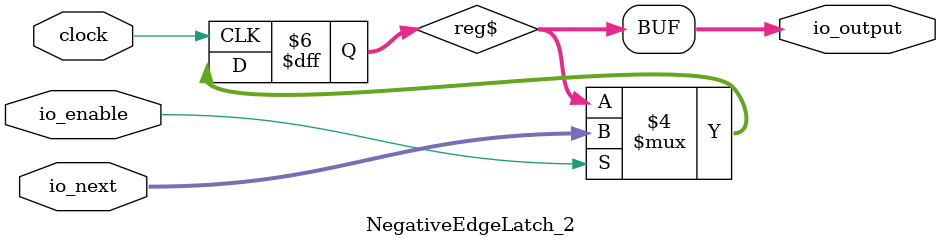
<source format=sv>
module CaptureUpdateChain(
  input         clock,
  input         reset,
  input         io_chainIn_shift,
  input         io_chainIn_data,
  input         io_chainIn_capture,
  input         io_chainIn_update,
  output        io_chainOut_data,
  input  [14:0] io_capture_bits_reserved1,
  input         io_capture_bits_dmireset,
  input         io_capture_bits_reserved0,
  input  [2:0]  io_capture_bits_dmiIdleCycles,
  input  [1:0]  io_capture_bits_dmiStatus,
  input  [5:0]  io_capture_bits_debugAddrBits,
  input  [3:0]  io_capture_bits_debugVersion,
  output        io_update_valid,
  output        io_update_bits_dmireset
);
  reg  regs_0;
  reg [31:0] _RAND_0;
  reg  regs_1;
  reg [31:0] _RAND_1;
  reg  regs_2;
  reg [31:0] _RAND_2;
  reg  regs_3;
  reg [31:0] _RAND_3;
  reg  regs_4;
  reg [31:0] _RAND_4;
  reg  regs_5;
  reg [31:0] _RAND_5;
  reg  regs_6;
  reg [31:0] _RAND_6;
  reg  regs_7;
  reg [31:0] _RAND_7;
  reg  regs_8;
  reg [31:0] _RAND_8;
  reg  regs_9;
  reg [31:0] _RAND_9;
  reg  regs_10;
  reg [31:0] _RAND_10;
  reg  regs_11;
  reg [31:0] _RAND_11;
  reg  regs_12;
  reg [31:0] _RAND_12;
  reg  regs_13;
  reg [31:0] _RAND_13;
  reg  regs_14;
  reg [31:0] _RAND_14;
  reg  regs_15;
  reg [31:0] _RAND_15;
  reg  regs_16;
  reg [31:0] _RAND_16;
  reg  regs_17;
  reg [31:0] _RAND_17;
  reg  regs_18;
  reg [31:0] _RAND_18;
  reg  regs_19;
  reg [31:0] _RAND_19;
  reg  regs_20;
  reg [31:0] _RAND_20;
  reg  regs_21;
  reg [31:0] _RAND_21;
  reg  regs_22;
  reg [31:0] _RAND_22;
  reg  regs_23;
  reg [31:0] _RAND_23;
  reg  regs_24;
  reg [31:0] _RAND_24;
  reg  regs_25;
  reg [31:0] _RAND_25;
  reg  regs_26;
  reg [31:0] _RAND_26;
  reg  regs_27;
  reg [31:0] _RAND_27;
  reg  regs_28;
  reg [31:0] _RAND_28;
  reg  regs_29;
  reg [31:0] _RAND_29;
  reg  regs_30;
  reg [31:0] _RAND_30;
  reg  regs_31;
  reg [31:0] _RAND_31;
  wire [1:0] _T_39;
  wire [1:0] _T_40;
  wire [3:0] _T_41;
  wire [1:0] _T_42;
  wire [1:0] _T_43;
  wire [3:0] _T_44;
  wire [7:0] _T_45;
  wire [1:0] _T_46;
  wire [1:0] _T_47;
  wire [3:0] _T_48;
  wire [1:0] _T_49;
  wire [1:0] _T_50;
  wire [3:0] _T_51;
  wire [7:0] _T_52;
  wire [15:0] _T_53;
  wire [1:0] _T_54;
  wire [1:0] _T_55;
  wire [3:0] _T_56;
  wire [1:0] _T_57;
  wire [1:0] _T_58;
  wire [3:0] _T_59;
  wire [7:0] _T_60;
  wire [1:0] _T_61;
  wire [1:0] _T_62;
  wire [3:0] _T_63;
  wire [1:0] _T_64;
  wire [1:0] _T_65;
  wire [3:0] _T_66;
  wire [7:0] _T_67;
  wire [15:0] _T_68;
  wire [31:0] _T_69;
  wire  _T_79;
  wire [7:0] _T_81;
  wire [11:0] _T_82;
  wire [3:0] _T_83;
  wire [15:0] _T_84;
  wire [19:0] _T_85;
  wire [31:0] captureBits;
  wire  _T_86;
  wire  _T_87;
  wire  _T_88;
  wire  _T_89;
  wire  _T_90;
  wire  _T_91;
  wire  _T_92;
  wire  _T_93;
  wire  _T_94;
  wire  _T_95;
  wire  _T_96;
  wire  _T_97;
  wire  _T_98;
  wire  _T_99;
  wire  _T_100;
  wire  _T_101;
  wire  _T_102;
  wire  _T_103;
  wire  _T_104;
  wire  _T_105;
  wire  _T_106;
  wire  _T_107;
  wire  _T_108;
  wire  _T_109;
  wire  _T_110;
  wire  _T_111;
  wire  _T_112;
  wire  _T_113;
  wire  _T_114;
  wire  _T_115;
  wire  _T_116;
  wire  _T_117;
  wire  _GEN_0;
  wire  _GEN_1;
  wire  _GEN_2;
  wire  _GEN_3;
  wire  _GEN_4;
  wire  _GEN_5;
  wire  _GEN_6;
  wire  _GEN_7;
  wire  _GEN_8;
  wire  _GEN_9;
  wire  _GEN_10;
  wire  _GEN_11;
  wire  _GEN_12;
  wire  _GEN_13;
  wire  _GEN_14;
  wire  _GEN_15;
  wire  _GEN_16;
  wire  _GEN_17;
  wire  _GEN_18;
  wire  _GEN_19;
  wire  _GEN_20;
  wire  _GEN_21;
  wire  _GEN_22;
  wire  _GEN_23;
  wire  _GEN_24;
  wire  _GEN_25;
  wire  _GEN_26;
  wire  _GEN_27;
  wire  _GEN_28;
  wire  _GEN_29;
  wire  _GEN_30;
  wire  _GEN_31;
  wire  _T_121;
  wire  _T_122;
  wire  _T_128;
  wire  _T_129;
  wire  _T_130;
  wire  _GEN_36;
  wire  _GEN_37;
  wire  _GEN_38;
  wire  _GEN_39;
  wire  _GEN_40;
  wire  _GEN_41;
  wire  _GEN_42;
  wire  _GEN_43;
  wire  _GEN_44;
  wire  _GEN_45;
  wire  _GEN_46;
  wire  _GEN_47;
  wire  _GEN_48;
  wire  _GEN_49;
  wire  _GEN_50;
  wire  _GEN_51;
  wire  _GEN_52;
  wire  _GEN_53;
  wire  _GEN_54;
  wire  _GEN_55;
  wire  _GEN_56;
  wire  _GEN_57;
  wire  _GEN_58;
  wire  _GEN_59;
  wire  _GEN_60;
  wire  _GEN_61;
  wire  _GEN_62;
  wire  _GEN_63;
  wire  _GEN_64;
  wire  _GEN_65;
  wire  _GEN_66;
  wire  _GEN_67;
  wire  _GEN_69;
  wire  _T_139;
  wire  _T_140;
  wire  _GEN_71;
  wire  _T_143;
  wire  _T_145;
  wire  _T_146;
  wire  _T_148;
  wire  _T_149;
  wire  _T_150;
  wire  _T_152;
  wire  _T_153;
  wire  _T_154;
  wire  _T_156;
  assign io_chainOut_data = regs_0;
  assign io_update_valid = _GEN_71;
  assign io_update_bits_dmireset = _T_79;
  assign _T_39 = {regs_1,regs_0};
  assign _T_40 = {regs_3,regs_2};
  assign _T_41 = {_T_40,_T_39};
  assign _T_42 = {regs_5,regs_4};
  assign _T_43 = {regs_7,regs_6};
  assign _T_44 = {_T_43,_T_42};
  assign _T_45 = {_T_44,_T_41};
  assign _T_46 = {regs_9,regs_8};
  assign _T_47 = {regs_11,regs_10};
  assign _T_48 = {_T_47,_T_46};
  assign _T_49 = {regs_13,regs_12};
  assign _T_50 = {regs_15,regs_14};
  assign _T_51 = {_T_50,_T_49};
  assign _T_52 = {_T_51,_T_48};
  assign _T_53 = {_T_52,_T_45};
  assign _T_54 = {regs_17,regs_16};
  assign _T_55 = {regs_19,regs_18};
  assign _T_56 = {_T_55,_T_54};
  assign _T_57 = {regs_21,regs_20};
  assign _T_58 = {regs_23,regs_22};
  assign _T_59 = {_T_58,_T_57};
  assign _T_60 = {_T_59,_T_56};
  assign _T_61 = {regs_25,regs_24};
  assign _T_62 = {regs_27,regs_26};
  assign _T_63 = {_T_62,_T_61};
  assign _T_64 = {regs_29,regs_28};
  assign _T_65 = {regs_31,regs_30};
  assign _T_66 = {_T_65,_T_64};
  assign _T_67 = {_T_66,_T_63};
  assign _T_68 = {_T_67,_T_60};
  assign _T_69 = {_T_68,_T_53};
  assign _T_79 = _T_69[16];
  assign _T_81 = {io_capture_bits_dmiStatus,io_capture_bits_debugAddrBits};
  assign _T_82 = {_T_81,io_capture_bits_debugVersion};
  assign _T_83 = {io_capture_bits_reserved0,io_capture_bits_dmiIdleCycles};
  assign _T_84 = {io_capture_bits_reserved1,io_capture_bits_dmireset};
  assign _T_85 = {_T_84,_T_83};
  assign captureBits = {_T_85,_T_82};
  assign _T_86 = captureBits[0];
  assign _T_87 = captureBits[1];
  assign _T_88 = captureBits[2];
  assign _T_89 = captureBits[3];
  assign _T_90 = captureBits[4];
  assign _T_91 = captureBits[5];
  assign _T_92 = captureBits[6];
  assign _T_93 = captureBits[7];
  assign _T_94 = captureBits[8];
  assign _T_95 = captureBits[9];
  assign _T_96 = captureBits[10];
  assign _T_97 = captureBits[11];
  assign _T_98 = captureBits[12];
  assign _T_99 = captureBits[13];
  assign _T_100 = captureBits[14];
  assign _T_101 = captureBits[15];
  assign _T_102 = captureBits[16];
  assign _T_103 = captureBits[17];
  assign _T_104 = captureBits[18];
  assign _T_105 = captureBits[19];
  assign _T_106 = captureBits[20];
  assign _T_107 = captureBits[21];
  assign _T_108 = captureBits[22];
  assign _T_109 = captureBits[23];
  assign _T_110 = captureBits[24];
  assign _T_111 = captureBits[25];
  assign _T_112 = captureBits[26];
  assign _T_113 = captureBits[27];
  assign _T_114 = captureBits[28];
  assign _T_115 = captureBits[29];
  assign _T_116 = captureBits[30];
  assign _T_117 = captureBits[31];
  assign _GEN_0 = io_chainIn_capture ? _T_86 : regs_0;
  assign _GEN_1 = io_chainIn_capture ? _T_87 : regs_1;
  assign _GEN_2 = io_chainIn_capture ? _T_88 : regs_2;
  assign _GEN_3 = io_chainIn_capture ? _T_89 : regs_3;
  assign _GEN_4 = io_chainIn_capture ? _T_90 : regs_4;
  assign _GEN_5 = io_chainIn_capture ? _T_91 : regs_5;
  assign _GEN_6 = io_chainIn_capture ? _T_92 : regs_6;
  assign _GEN_7 = io_chainIn_capture ? _T_93 : regs_7;
  assign _GEN_8 = io_chainIn_capture ? _T_94 : regs_8;
  assign _GEN_9 = io_chainIn_capture ? _T_95 : regs_9;
  assign _GEN_10 = io_chainIn_capture ? _T_96 : regs_10;
  assign _GEN_11 = io_chainIn_capture ? _T_97 : regs_11;
  assign _GEN_12 = io_chainIn_capture ? _T_98 : regs_12;
  assign _GEN_13 = io_chainIn_capture ? _T_99 : regs_13;
  assign _GEN_14 = io_chainIn_capture ? _T_100 : regs_14;
  assign _GEN_15 = io_chainIn_capture ? _T_101 : regs_15;
  assign _GEN_16 = io_chainIn_capture ? _T_102 : regs_16;
  assign _GEN_17 = io_chainIn_capture ? _T_103 : regs_17;
  assign _GEN_18 = io_chainIn_capture ? _T_104 : regs_18;
  assign _GEN_19 = io_chainIn_capture ? _T_105 : regs_19;
  assign _GEN_20 = io_chainIn_capture ? _T_106 : regs_20;
  assign _GEN_21 = io_chainIn_capture ? _T_107 : regs_21;
  assign _GEN_22 = io_chainIn_capture ? _T_108 : regs_22;
  assign _GEN_23 = io_chainIn_capture ? _T_109 : regs_23;
  assign _GEN_24 = io_chainIn_capture ? _T_110 : regs_24;
  assign _GEN_25 = io_chainIn_capture ? _T_111 : regs_25;
  assign _GEN_26 = io_chainIn_capture ? _T_112 : regs_26;
  assign _GEN_27 = io_chainIn_capture ? _T_113 : regs_27;
  assign _GEN_28 = io_chainIn_capture ? _T_114 : regs_28;
  assign _GEN_29 = io_chainIn_capture ? _T_115 : regs_29;
  assign _GEN_30 = io_chainIn_capture ? _T_116 : regs_30;
  assign _GEN_31 = io_chainIn_capture ? _T_117 : regs_31;
  assign _T_121 = io_chainIn_capture == 1'h0;
  assign _T_122 = _T_121 & io_chainIn_update;
  assign _T_128 = io_chainIn_update == 1'h0;
  assign _T_129 = _T_121 & _T_128;
  assign _T_130 = _T_129 & io_chainIn_shift;
  assign _GEN_36 = _T_130 ? io_chainIn_data : _GEN_31;
  assign _GEN_37 = _T_130 ? regs_1 : _GEN_0;
  assign _GEN_38 = _T_130 ? regs_2 : _GEN_1;
  assign _GEN_39 = _T_130 ? regs_3 : _GEN_2;
  assign _GEN_40 = _T_130 ? regs_4 : _GEN_3;
  assign _GEN_41 = _T_130 ? regs_5 : _GEN_4;
  assign _GEN_42 = _T_130 ? regs_6 : _GEN_5;
  assign _GEN_43 = _T_130 ? regs_7 : _GEN_6;
  assign _GEN_44 = _T_130 ? regs_8 : _GEN_7;
  assign _GEN_45 = _T_130 ? regs_9 : _GEN_8;
  assign _GEN_46 = _T_130 ? regs_10 : _GEN_9;
  assign _GEN_47 = _T_130 ? regs_11 : _GEN_10;
  assign _GEN_48 = _T_130 ? regs_12 : _GEN_11;
  assign _GEN_49 = _T_130 ? regs_13 : _GEN_12;
  assign _GEN_50 = _T_130 ? regs_14 : _GEN_13;
  assign _GEN_51 = _T_130 ? regs_15 : _GEN_14;
  assign _GEN_52 = _T_130 ? regs_16 : _GEN_15;
  assign _GEN_53 = _T_130 ? regs_17 : _GEN_16;
  assign _GEN_54 = _T_130 ? regs_18 : _GEN_17;
  assign _GEN_55 = _T_130 ? regs_19 : _GEN_18;
  assign _GEN_56 = _T_130 ? regs_20 : _GEN_19;
  assign _GEN_57 = _T_130 ? regs_21 : _GEN_20;
  assign _GEN_58 = _T_130 ? regs_22 : _GEN_21;
  assign _GEN_59 = _T_130 ? regs_23 : _GEN_22;
  assign _GEN_60 = _T_130 ? regs_24 : _GEN_23;
  assign _GEN_61 = _T_130 ? regs_25 : _GEN_24;
  assign _GEN_62 = _T_130 ? regs_26 : _GEN_25;
  assign _GEN_63 = _T_130 ? regs_27 : _GEN_26;
  assign _GEN_64 = _T_130 ? regs_28 : _GEN_27;
  assign _GEN_65 = _T_130 ? regs_29 : _GEN_28;
  assign _GEN_66 = _T_130 ? regs_30 : _GEN_29;
  assign _GEN_67 = _T_130 ? regs_31 : _GEN_30;
  assign _GEN_69 = _T_130 ? 1'h0 : _T_122;
  assign _T_139 = io_chainIn_shift == 1'h0;
  assign _T_140 = _T_129 & _T_139;
  assign _GEN_71 = _T_140 ? 1'h0 : _GEN_69;
  assign _T_143 = io_chainIn_capture & io_chainIn_update;
  assign _T_145 = _T_143 == 1'h0;
  assign _T_146 = io_chainIn_capture & io_chainIn_shift;
  assign _T_148 = _T_146 == 1'h0;
  assign _T_149 = _T_145 & _T_148;
  assign _T_150 = io_chainIn_update & io_chainIn_shift;
  assign _T_152 = _T_150 == 1'h0;
  assign _T_153 = _T_149 & _T_152;
  assign _T_154 = _T_153 | reset;
  assign _T_156 = _T_154 == 1'h0;

  always @(posedge clock) begin
    if (_T_130) begin
      regs_0 <= regs_1;
    end else begin
      if (io_chainIn_capture) begin
        regs_0 <= _T_86;
      end
    end
    if (_T_130) begin
      regs_1 <= regs_2;
    end else begin
      if (io_chainIn_capture) begin
        regs_1 <= _T_87;
      end
    end
    if (_T_130) begin
      regs_2 <= regs_3;
    end else begin
      if (io_chainIn_capture) begin
        regs_2 <= _T_88;
      end
    end
    if (_T_130) begin
      regs_3 <= regs_4;
    end else begin
      if (io_chainIn_capture) begin
        regs_3 <= _T_89;
      end
    end
    if (_T_130) begin
      regs_4 <= regs_5;
    end else begin
      if (io_chainIn_capture) begin
        regs_4 <= _T_90;
      end
    end
    if (_T_130) begin
      regs_5 <= regs_6;
    end else begin
      if (io_chainIn_capture) begin
        regs_5 <= _T_91;
      end
    end
    if (_T_130) begin
      regs_6 <= regs_7;
    end else begin
      if (io_chainIn_capture) begin
        regs_6 <= _T_92;
      end
    end
    if (_T_130) begin
      regs_7 <= regs_8;
    end else begin
      if (io_chainIn_capture) begin
        regs_7 <= _T_93;
      end
    end
    if (_T_130) begin
      regs_8 <= regs_9;
    end else begin
      if (io_chainIn_capture) begin
        regs_8 <= _T_94;
      end
    end
    if (_T_130) begin
      regs_9 <= regs_10;
    end else begin
      if (io_chainIn_capture) begin
        regs_9 <= _T_95;
      end
    end
    if (_T_130) begin
      regs_10 <= regs_11;
    end else begin
      if (io_chainIn_capture) begin
        regs_10 <= _T_96;
      end
    end
    if (_T_130) begin
      regs_11 <= regs_12;
    end else begin
      if (io_chainIn_capture) begin
        regs_11 <= _T_97;
      end
    end
    if (_T_130) begin
      regs_12 <= regs_13;
    end else begin
      if (io_chainIn_capture) begin
        regs_12 <= _T_98;
      end
    end
    if (_T_130) begin
      regs_13 <= regs_14;
    end else begin
      if (io_chainIn_capture) begin
        regs_13 <= _T_99;
      end
    end
    if (_T_130) begin
      regs_14 <= regs_15;
    end else begin
      if (io_chainIn_capture) begin
        regs_14 <= _T_100;
      end
    end
    if (_T_130) begin
      regs_15 <= regs_16;
    end else begin
      if (io_chainIn_capture) begin
        regs_15 <= _T_101;
      end
    end
    if (_T_130) begin
      regs_16 <= regs_17;
    end else begin
      if (io_chainIn_capture) begin
        regs_16 <= _T_102;
      end
    end
    if (_T_130) begin
      regs_17 <= regs_18;
    end else begin
      if (io_chainIn_capture) begin
        regs_17 <= _T_103;
      end
    end
    if (_T_130) begin
      regs_18 <= regs_19;
    end else begin
      if (io_chainIn_capture) begin
        regs_18 <= _T_104;
      end
    end
    if (_T_130) begin
      regs_19 <= regs_20;
    end else begin
      if (io_chainIn_capture) begin
        regs_19 <= _T_105;
      end
    end
    if (_T_130) begin
      regs_20 <= regs_21;
    end else begin
      if (io_chainIn_capture) begin
        regs_20 <= _T_106;
      end
    end
    if (_T_130) begin
      regs_21 <= regs_22;
    end else begin
      if (io_chainIn_capture) begin
        regs_21 <= _T_107;
      end
    end
    if (_T_130) begin
      regs_22 <= regs_23;
    end else begin
      if (io_chainIn_capture) begin
        regs_22 <= _T_108;
      end
    end
    if (_T_130) begin
      regs_23 <= regs_24;
    end else begin
      if (io_chainIn_capture) begin
        regs_23 <= _T_109;
      end
    end
    if (_T_130) begin
      regs_24 <= regs_25;
    end else begin
      if (io_chainIn_capture) begin
        regs_24 <= _T_110;
      end
    end
    if (_T_130) begin
      regs_25 <= regs_26;
    end else begin
      if (io_chainIn_capture) begin
        regs_25 <= _T_111;
      end
    end
    if (_T_130) begin
      regs_26 <= regs_27;
    end else begin
      if (io_chainIn_capture) begin
        regs_26 <= _T_112;
      end
    end
    if (_T_130) begin
      regs_27 <= regs_28;
    end else begin
      if (io_chainIn_capture) begin
        regs_27 <= _T_113;
      end
    end
    if (_T_130) begin
      regs_28 <= regs_29;
    end else begin
      if (io_chainIn_capture) begin
        regs_28 <= _T_114;
      end
    end
    if (_T_130) begin
      regs_29 <= regs_30;
    end else begin
      if (io_chainIn_capture) begin
        regs_29 <= _T_115;
      end
    end
    if (_T_130) begin
      regs_30 <= regs_31;
    end else begin
      if (io_chainIn_capture) begin
        regs_30 <= _T_116;
      end
    end
    if (_T_130) begin
      regs_31 <= io_chainIn_data;
    end else begin
      if (io_chainIn_capture) begin
        regs_31 <= _T_117;
      end
    end

  end
endmodule

module CaptureUpdateChain_1(
  input         clock,
  input         reset,
  input         io_chainIn_shift,
  input         io_chainIn_data,
  input         io_chainIn_capture,
  input         io_chainIn_update,
  output        io_chainOut_data,
  input  [6:0]  io_capture_bits_addr,
  input  [31:0] io_capture_bits_data,
  input  [1:0]  io_capture_bits_resp,
  output        io_capture_capture,
  output        io_update_valid,
  output [6:0]  io_update_bits_addr,
  output [31:0] io_update_bits_data,
  output [1:0]  io_update_bits_op
);
  reg  regs_0;
  reg [31:0] _RAND_0;
  reg  regs_1;
  reg [31:0] _RAND_1;
  reg  regs_2;
  reg [31:0] _RAND_2;
  reg  regs_3;
  reg [31:0] _RAND_3;
  reg  regs_4;
  reg [31:0] _RAND_4;
  reg  regs_5;
  reg [31:0] _RAND_5;
  reg  regs_6;
  reg [31:0] _RAND_6;
  reg  regs_7;
  reg [31:0] _RAND_7;
  reg  regs_8;
  reg [31:0] _RAND_8;
  reg  regs_9;
  reg [31:0] _RAND_9;
  reg  regs_10;
  reg [31:0] _RAND_10;
  reg  regs_11;
  reg [31:0] _RAND_11;
  reg  regs_12;
  reg [31:0] _RAND_12;
  reg  regs_13;
  reg [31:0] _RAND_13;
  reg  regs_14;
  reg [31:0] _RAND_14;
  reg  regs_15;
  reg [31:0] _RAND_15;
  reg  regs_16;
  reg [31:0] _RAND_16;
  reg  regs_17;
  reg [31:0] _RAND_17;
  reg  regs_18;
  reg [31:0] _RAND_18;
  reg  regs_19;
  reg [31:0] _RAND_19;
  reg  regs_20;
  reg [31:0] _RAND_20;
  reg  regs_21;
  reg [31:0] _RAND_21;
  reg  regs_22;
  reg [31:0] _RAND_22;
  reg  regs_23;
  reg [31:0] _RAND_23;
  reg  regs_24;
  reg [31:0] _RAND_24;
  reg  regs_25;
  reg [31:0] _RAND_25;
  reg  regs_26;
  reg [31:0] _RAND_26;
  reg  regs_27;
  reg [31:0] _RAND_27;
  reg  regs_28;
  reg [31:0] _RAND_28;
  reg  regs_29;
  reg [31:0] _RAND_29;
  reg  regs_30;
  reg [31:0] _RAND_30;
  reg  regs_31;
  reg [31:0] _RAND_31;
  reg  regs_32;
  reg [31:0] _RAND_32;
  reg  regs_33;
  reg [31:0] _RAND_33;
  reg  regs_34;
  reg [31:0] _RAND_34;
  reg  regs_35;
  reg [31:0] _RAND_35;
  reg  regs_36;
  reg [31:0] _RAND_36;
  reg  regs_37;
  reg [31:0] _RAND_37;
  reg  regs_38;
  reg [31:0] _RAND_38;
  reg  regs_39;
  reg [31:0] _RAND_39;
  reg  regs_40;
  reg [31:0] _RAND_40;
  wire [1:0] _T_48;
  wire [1:0] _T_49;
  wire [2:0] _T_50;
  wire [4:0] _T_51;
  wire [1:0] _T_52;
  wire [1:0] _T_53;
  wire [2:0] _T_54;
  wire [4:0] _T_55;
  wire [9:0] _T_56;
  wire [1:0] _T_57;
  wire [1:0] _T_58;
  wire [2:0] _T_59;
  wire [4:0] _T_60;
  wire [1:0] _T_61;
  wire [1:0] _T_62;
  wire [2:0] _T_63;
  wire [4:0] _T_64;
  wire [9:0] _T_65;
  wire [19:0] _T_66;
  wire [1:0] _T_67;
  wire [1:0] _T_68;
  wire [2:0] _T_69;
  wire [4:0] _T_70;
  wire [1:0] _T_71;
  wire [1:0] _T_72;
  wire [2:0] _T_73;
  wire [4:0] _T_74;
  wire [9:0] _T_75;
  wire [1:0] _T_76;
  wire [1:0] _T_77;
  wire [2:0] _T_78;
  wire [4:0] _T_79;
  wire [1:0] _T_80;
  wire [2:0] _T_81;
  wire [1:0] _T_82;
  wire [2:0] _T_83;
  wire [5:0] _T_84;
  wire [10:0] _T_85;
  wire [20:0] _T_86;
  wire [40:0] _T_87;
  wire [1:0] _T_92;
  wire [31:0] _T_93;
  wire [6:0] _T_94;
  wire [38:0] _T_95;
  wire [40:0] captureBits;
  wire  _T_96;
  wire  _T_97;
  wire  _T_98;
  wire  _T_99;
  wire  _T_100;
  wire  _T_101;
  wire  _T_102;
  wire  _T_103;
  wire  _T_104;
  wire  _T_105;
  wire  _T_106;
  wire  _T_107;
  wire  _T_108;
  wire  _T_109;
  wire  _T_110;
  wire  _T_111;
  wire  _T_112;
  wire  _T_113;
  wire  _T_114;
  wire  _T_115;
  wire  _T_116;
  wire  _T_117;
  wire  _T_118;
  wire  _T_119;
  wire  _T_120;
  wire  _T_121;
  wire  _T_122;
  wire  _T_123;
  wire  _T_124;
  wire  _T_125;
  wire  _T_126;
  wire  _T_127;
  wire  _T_128;
  wire  _T_129;
  wire  _T_130;
  wire  _T_131;
  wire  _T_132;
  wire  _T_133;
  wire  _T_134;
  wire  _T_135;
  wire  _T_136;
  wire  _GEN_0;
  wire  _GEN_1;
  wire  _GEN_2;
  wire  _GEN_3;
  wire  _GEN_4;
  wire  _GEN_5;
  wire  _GEN_6;
  wire  _GEN_7;
  wire  _GEN_8;
  wire  _GEN_9;
  wire  _GEN_10;
  wire  _GEN_11;
  wire  _GEN_12;
  wire  _GEN_13;
  wire  _GEN_14;
  wire  _GEN_15;
  wire  _GEN_16;
  wire  _GEN_17;
  wire  _GEN_18;
  wire  _GEN_19;
  wire  _GEN_20;
  wire  _GEN_21;
  wire  _GEN_22;
  wire  _GEN_23;
  wire  _GEN_24;
  wire  _GEN_25;
  wire  _GEN_26;
  wire  _GEN_27;
  wire  _GEN_28;
  wire  _GEN_29;
  wire  _GEN_30;
  wire  _GEN_31;
  wire  _GEN_32;
  wire  _GEN_33;
  wire  _GEN_34;
  wire  _GEN_35;
  wire  _GEN_36;
  wire  _GEN_37;
  wire  _GEN_38;
  wire  _GEN_39;
  wire  _GEN_40;
  wire  _T_140;
  wire  _T_141;
  wire  _GEN_43;
  wire  _T_147;
  wire  _T_148;
  wire  _T_149;
  wire  _GEN_45;
  wire  _GEN_46;
  wire  _GEN_47;
  wire  _GEN_48;
  wire  _GEN_49;
  wire  _GEN_50;
  wire  _GEN_51;
  wire  _GEN_52;
  wire  _GEN_53;
  wire  _GEN_54;
  wire  _GEN_55;
  wire  _GEN_56;
  wire  _GEN_57;
  wire  _GEN_58;
  wire  _GEN_59;
  wire  _GEN_60;
  wire  _GEN_61;
  wire  _GEN_62;
  wire  _GEN_63;
  wire  _GEN_64;
  wire  _GEN_65;
  wire  _GEN_66;
  wire  _GEN_67;
  wire  _GEN_68;
  wire  _GEN_69;
  wire  _GEN_70;
  wire  _GEN_71;
  wire  _GEN_72;
  wire  _GEN_73;
  wire  _GEN_74;
  wire  _GEN_75;
  wire  _GEN_76;
  wire  _GEN_77;
  wire  _GEN_78;
  wire  _GEN_79;
  wire  _GEN_80;
  wire  _GEN_81;
  wire  _GEN_82;
  wire  _GEN_83;
  wire  _GEN_84;
  wire  _GEN_85;
  wire  _GEN_86;
  wire  _GEN_87;
  wire  _T_158;
  wire  _T_159;
  wire  _GEN_88;
  wire  _GEN_89;
  wire  _T_162;
  wire  _T_164;
  wire  _T_165;
  wire  _T_167;
  wire  _T_168;
  wire  _T_169;
  wire  _T_171;
  wire  _T_172;
  wire  _T_173;
  wire  _T_175;
  assign io_chainOut_data = regs_0;
  assign io_capture_capture = _GEN_88;
  assign io_update_valid = _GEN_89;
  assign io_update_bits_addr = _T_94;
  assign io_update_bits_data = _T_93;
  assign io_update_bits_op = _T_92;
  assign _T_48 = {regs_1,regs_0};
  assign _T_49 = {regs_4,regs_3};
  assign _T_50 = {_T_49,regs_2};
  assign _T_51 = {_T_50,_T_48};
  assign _T_52 = {regs_6,regs_5};
  assign _T_53 = {regs_9,regs_8};
  assign _T_54 = {_T_53,regs_7};
  assign _T_55 = {_T_54,_T_52};
  assign _T_56 = {_T_55,_T_51};
  assign _T_57 = {regs_11,regs_10};
  assign _T_58 = {regs_14,regs_13};
  assign _T_59 = {_T_58,regs_12};
  assign _T_60 = {_T_59,_T_57};
  assign _T_61 = {regs_16,regs_15};
  assign _T_62 = {regs_19,regs_18};
  assign _T_63 = {_T_62,regs_17};
  assign _T_64 = {_T_63,_T_61};
  assign _T_65 = {_T_64,_T_60};
  assign _T_66 = {_T_65,_T_56};
  assign _T_67 = {regs_21,regs_20};
  assign _T_68 = {regs_24,regs_23};
  assign _T_69 = {_T_68,regs_22};
  assign _T_70 = {_T_69,_T_67};
  assign _T_71 = {regs_26,regs_25};
  assign _T_72 = {regs_29,regs_28};
  assign _T_73 = {_T_72,regs_27};
  assign _T_74 = {_T_73,_T_71};
  assign _T_75 = {_T_74,_T_70};
  assign _T_76 = {regs_31,regs_30};
  assign _T_77 = {regs_34,regs_33};
  assign _T_78 = {_T_77,regs_32};
  assign _T_79 = {_T_78,_T_76};
  assign _T_80 = {regs_37,regs_36};
  assign _T_81 = {_T_80,regs_35};
  assign _T_82 = {regs_40,regs_39};
  assign _T_83 = {_T_82,regs_38};
  assign _T_84 = {_T_83,_T_81};
  assign _T_85 = {_T_84,_T_79};
  assign _T_86 = {_T_85,_T_75};
  assign _T_87 = {_T_86,_T_66};
  assign _T_92 = _T_87[1:0];
  assign _T_93 = _T_87[33:2];
  assign _T_94 = _T_87[40:34];
  assign _T_95 = {io_capture_bits_addr,io_capture_bits_data};
  assign captureBits = {_T_95,io_capture_bits_resp};
  assign _T_96 = captureBits[0];
  assign _T_97 = captureBits[1];
  assign _T_98 = captureBits[2];
  assign _T_99 = captureBits[3];
  assign _T_100 = captureBits[4];
  assign _T_101 = captureBits[5];
  assign _T_102 = captureBits[6];
  assign _T_103 = captureBits[7];
  assign _T_104 = captureBits[8];
  assign _T_105 = captureBits[9];
  assign _T_106 = captureBits[10];
  assign _T_107 = captureBits[11];
  assign _T_108 = captureBits[12];
  assign _T_109 = captureBits[13];
  assign _T_110 = captureBits[14];
  assign _T_111 = captureBits[15];
  assign _T_112 = captureBits[16];
  assign _T_113 = captureBits[17];
  assign _T_114 = captureBits[18];
  assign _T_115 = captureBits[19];
  assign _T_116 = captureBits[20];
  assign _T_117 = captureBits[21];
  assign _T_118 = captureBits[22];
  assign _T_119 = captureBits[23];
  assign _T_120 = captureBits[24];
  assign _T_121 = captureBits[25];
  assign _T_122 = captureBits[26];
  assign _T_123 = captureBits[27];
  assign _T_124 = captureBits[28];
  assign _T_125 = captureBits[29];
  assign _T_126 = captureBits[30];
  assign _T_127 = captureBits[31];
  assign _T_128 = captureBits[32];
  assign _T_129 = captureBits[33];
  assign _T_130 = captureBits[34];
  assign _T_131 = captureBits[35];
  assign _T_132 = captureBits[36];
  assign _T_133 = captureBits[37];
  assign _T_134 = captureBits[38];
  assign _T_135 = captureBits[39];
  assign _T_136 = captureBits[40];
  assign _GEN_0 = io_chainIn_capture ? _T_96 : regs_0;
  assign _GEN_1 = io_chainIn_capture ? _T_97 : regs_1;
  assign _GEN_2 = io_chainIn_capture ? _T_98 : regs_2;
  assign _GEN_3 = io_chainIn_capture ? _T_99 : regs_3;
  assign _GEN_4 = io_chainIn_capture ? _T_100 : regs_4;
  assign _GEN_5 = io_chainIn_capture ? _T_101 : regs_5;
  assign _GEN_6 = io_chainIn_capture ? _T_102 : regs_6;
  assign _GEN_7 = io_chainIn_capture ? _T_103 : regs_7;
  assign _GEN_8 = io_chainIn_capture ? _T_104 : regs_8;
  assign _GEN_9 = io_chainIn_capture ? _T_105 : regs_9;
  assign _GEN_10 = io_chainIn_capture ? _T_106 : regs_10;
  assign _GEN_11 = io_chainIn_capture ? _T_107 : regs_11;
  assign _GEN_12 = io_chainIn_capture ? _T_108 : regs_12;
  assign _GEN_13 = io_chainIn_capture ? _T_109 : regs_13;
  assign _GEN_14 = io_chainIn_capture ? _T_110 : regs_14;
  assign _GEN_15 = io_chainIn_capture ? _T_111 : regs_15;
  assign _GEN_16 = io_chainIn_capture ? _T_112 : regs_16;
  assign _GEN_17 = io_chainIn_capture ? _T_113 : regs_17;
  assign _GEN_18 = io_chainIn_capture ? _T_114 : regs_18;
  assign _GEN_19 = io_chainIn_capture ? _T_115 : regs_19;
  assign _GEN_20 = io_chainIn_capture ? _T_116 : regs_20;
  assign _GEN_21 = io_chainIn_capture ? _T_117 : regs_21;
  assign _GEN_22 = io_chainIn_capture ? _T_118 : regs_22;
  assign _GEN_23 = io_chainIn_capture ? _T_119 : regs_23;
  assign _GEN_24 = io_chainIn_capture ? _T_120 : regs_24;
  assign _GEN_25 = io_chainIn_capture ? _T_121 : regs_25;
  assign _GEN_26 = io_chainIn_capture ? _T_122 : regs_26;
  assign _GEN_27 = io_chainIn_capture ? _T_123 : regs_27;
  assign _GEN_28 = io_chainIn_capture ? _T_124 : regs_28;
  assign _GEN_29 = io_chainIn_capture ? _T_125 : regs_29;
  assign _GEN_30 = io_chainIn_capture ? _T_126 : regs_30;
  assign _GEN_31 = io_chainIn_capture ? _T_127 : regs_31;
  assign _GEN_32 = io_chainIn_capture ? _T_128 : regs_32;
  assign _GEN_33 = io_chainIn_capture ? _T_129 : regs_33;
  assign _GEN_34 = io_chainIn_capture ? _T_130 : regs_34;
  assign _GEN_35 = io_chainIn_capture ? _T_131 : regs_35;
  assign _GEN_36 = io_chainIn_capture ? _T_132 : regs_36;
  assign _GEN_37 = io_chainIn_capture ? _T_133 : regs_37;
  assign _GEN_38 = io_chainIn_capture ? _T_134 : regs_38;
  assign _GEN_39 = io_chainIn_capture ? _T_135 : regs_39;
  assign _GEN_40 = io_chainIn_capture ? _T_136 : regs_40;
  assign _T_140 = io_chainIn_capture == 1'h0;
  assign _T_141 = _T_140 & io_chainIn_update;
  assign _GEN_43 = _T_141 ? 1'h0 : 1'h1;
  assign _T_147 = io_chainIn_update == 1'h0;
  assign _T_148 = _T_140 & _T_147;
  assign _T_149 = _T_148 & io_chainIn_shift;
  assign _GEN_45 = _T_149 ? io_chainIn_data : _GEN_40;
  assign _GEN_46 = _T_149 ? regs_1 : _GEN_0;
  assign _GEN_47 = _T_149 ? regs_2 : _GEN_1;
  assign _GEN_48 = _T_149 ? regs_3 : _GEN_2;
  assign _GEN_49 = _T_149 ? regs_4 : _GEN_3;
  assign _GEN_50 = _T_149 ? regs_5 : _GEN_4;
  assign _GEN_51 = _T_149 ? regs_6 : _GEN_5;
  assign _GEN_52 = _T_149 ? regs_7 : _GEN_6;
  assign _GEN_53 = _T_149 ? regs_8 : _GEN_7;
  assign _GEN_54 = _T_149 ? regs_9 : _GEN_8;
  assign _GEN_55 = _T_149 ? regs_10 : _GEN_9;
  assign _GEN_56 = _T_149 ? regs_11 : _GEN_10;
  assign _GEN_57 = _T_149 ? regs_12 : _GEN_11;
  assign _GEN_58 = _T_149 ? regs_13 : _GEN_12;
  assign _GEN_59 = _T_149 ? regs_14 : _GEN_13;
  assign _GEN_60 = _T_149 ? regs_15 : _GEN_14;
  assign _GEN_61 = _T_149 ? regs_16 : _GEN_15;
  assign _GEN_62 = _T_149 ? regs_17 : _GEN_16;
  assign _GEN_63 = _T_149 ? regs_18 : _GEN_17;
  assign _GEN_64 = _T_149 ? regs_19 : _GEN_18;
  assign _GEN_65 = _T_149 ? regs_20 : _GEN_19;
  assign _GEN_66 = _T_149 ? regs_21 : _GEN_20;
  assign _GEN_67 = _T_149 ? regs_22 : _GEN_21;
  assign _GEN_68 = _T_149 ? regs_23 : _GEN_22;
  assign _GEN_69 = _T_149 ? regs_24 : _GEN_23;
  assign _GEN_70 = _T_149 ? regs_25 : _GEN_24;
  assign _GEN_71 = _T_149 ? regs_26 : _GEN_25;
  assign _GEN_72 = _T_149 ? regs_27 : _GEN_26;
  assign _GEN_73 = _T_149 ? regs_28 : _GEN_27;
  assign _GEN_74 = _T_149 ? regs_29 : _GEN_28;
  assign _GEN_75 = _T_149 ? regs_30 : _GEN_29;
  assign _GEN_76 = _T_149 ? regs_31 : _GEN_30;
  assign _GEN_77 = _T_149 ? regs_32 : _GEN_31;
  assign _GEN_78 = _T_149 ? regs_33 : _GEN_32;
  assign _GEN_79 = _T_149 ? regs_34 : _GEN_33;
  assign _GEN_80 = _T_149 ? regs_35 : _GEN_34;
  assign _GEN_81 = _T_149 ? regs_36 : _GEN_35;
  assign _GEN_82 = _T_149 ? regs_37 : _GEN_36;
  assign _GEN_83 = _T_149 ? regs_38 : _GEN_37;
  assign _GEN_84 = _T_149 ? regs_39 : _GEN_38;
  assign _GEN_85 = _T_149 ? regs_40 : _GEN_39;
  assign _GEN_86 = _T_149 ? 1'h0 : _GEN_43;
  assign _GEN_87 = _T_149 ? 1'h0 : _T_141;
  assign _T_158 = io_chainIn_shift == 1'h0;
  assign _T_159 = _T_148 & _T_158;
  assign _GEN_88 = _T_159 ? 1'h0 : _GEN_86;
  assign _GEN_89 = _T_159 ? 1'h0 : _GEN_87;
  assign _T_162 = io_chainIn_capture & io_chainIn_update;
  assign _T_164 = _T_162 == 1'h0;
  assign _T_165 = io_chainIn_capture & io_chainIn_shift;
  assign _T_167 = _T_165 == 1'h0;
  assign _T_168 = _T_164 & _T_167;
  assign _T_169 = io_chainIn_update & io_chainIn_shift;
  assign _T_171 = _T_169 == 1'h0;
  assign _T_172 = _T_168 & _T_171;
  assign _T_173 = _T_172 | reset;
  assign _T_175 = _T_173 == 1'h0;

  always @(posedge clock) begin
    if (_T_149) begin
      regs_0 <= regs_1;
    end else begin
      if (io_chainIn_capture) begin
        regs_0 <= _T_96;
      end
    end
    if (_T_149) begin
      regs_1 <= regs_2;
    end else begin
      if (io_chainIn_capture) begin
        regs_1 <= _T_97;
      end
    end
    if (_T_149) begin
      regs_2 <= regs_3;
    end else begin
      if (io_chainIn_capture) begin
        regs_2 <= _T_98;
      end
    end
    if (_T_149) begin
      regs_3 <= regs_4;
    end else begin
      if (io_chainIn_capture) begin
        regs_3 <= _T_99;
      end
    end
    if (_T_149) begin
      regs_4 <= regs_5;
    end else begin
      if (io_chainIn_capture) begin
        regs_4 <= _T_100;
      end
    end
    if (_T_149) begin
      regs_5 <= regs_6;
    end else begin
      if (io_chainIn_capture) begin
        regs_5 <= _T_101;
      end
    end
    if (_T_149) begin
      regs_6 <= regs_7;
    end else begin
      if (io_chainIn_capture) begin
        regs_6 <= _T_102;
      end
    end
    if (_T_149) begin
      regs_7 <= regs_8;
    end else begin
      if (io_chainIn_capture) begin
        regs_7 <= _T_103;
      end
    end
    if (_T_149) begin
      regs_8 <= regs_9;
    end else begin
      if (io_chainIn_capture) begin
        regs_8 <= _T_104;
      end
    end
    if (_T_149) begin
      regs_9 <= regs_10;
    end else begin
      if (io_chainIn_capture) begin
        regs_9 <= _T_105;
      end
    end
    if (_T_149) begin
      regs_10 <= regs_11;
    end else begin
      if (io_chainIn_capture) begin
        regs_10 <= _T_106;
      end
    end
    if (_T_149) begin
      regs_11 <= regs_12;
    end else begin
      if (io_chainIn_capture) begin
        regs_11 <= _T_107;
      end
    end
    if (_T_149) begin
      regs_12 <= regs_13;
    end else begin
      if (io_chainIn_capture) begin
        regs_12 <= _T_108;
      end
    end
    if (_T_149) begin
      regs_13 <= regs_14;
    end else begin
      if (io_chainIn_capture) begin
        regs_13 <= _T_109;
      end
    end
    if (_T_149) begin
      regs_14 <= regs_15;
    end else begin
      if (io_chainIn_capture) begin
        regs_14 <= _T_110;
      end
    end
    if (_T_149) begin
      regs_15 <= regs_16;
    end else begin
      if (io_chainIn_capture) begin
        regs_15 <= _T_111;
      end
    end
    if (_T_149) begin
      regs_16 <= regs_17;
    end else begin
      if (io_chainIn_capture) begin
        regs_16 <= _T_112;
      end
    end
    if (_T_149) begin
      regs_17 <= regs_18;
    end else begin
      if (io_chainIn_capture) begin
        regs_17 <= _T_113;
      end
    end
    if (_T_149) begin
      regs_18 <= regs_19;
    end else begin
      if (io_chainIn_capture) begin
        regs_18 <= _T_114;
      end
    end
    if (_T_149) begin
      regs_19 <= regs_20;
    end else begin
      if (io_chainIn_capture) begin
        regs_19 <= _T_115;
      end
    end
    if (_T_149) begin
      regs_20 <= regs_21;
    end else begin
      if (io_chainIn_capture) begin
        regs_20 <= _T_116;
      end
    end
    if (_T_149) begin
      regs_21 <= regs_22;
    end else begin
      if (io_chainIn_capture) begin
        regs_21 <= _T_117;
      end
    end
    if (_T_149) begin
      regs_22 <= regs_23;
    end else begin
      if (io_chainIn_capture) begin
        regs_22 <= _T_118;
      end
    end
    if (_T_149) begin
      regs_23 <= regs_24;
    end else begin
      if (io_chainIn_capture) begin
        regs_23 <= _T_119;
      end
    end
    if (_T_149) begin
      regs_24 <= regs_25;
    end else begin
      if (io_chainIn_capture) begin
        regs_24 <= _T_120;
      end
    end
    if (_T_149) begin
      regs_25 <= regs_26;
    end else begin
      if (io_chainIn_capture) begin
        regs_25 <= _T_121;
      end
    end
    if (_T_149) begin
      regs_26 <= regs_27;
    end else begin
      if (io_chainIn_capture) begin
        regs_26 <= _T_122;
      end
    end
    if (_T_149) begin
      regs_27 <= regs_28;
    end else begin
      if (io_chainIn_capture) begin
        regs_27 <= _T_123;
      end
    end
    if (_T_149) begin
      regs_28 <= regs_29;
    end else begin
      if (io_chainIn_capture) begin
        regs_28 <= _T_124;
      end
    end
    if (_T_149) begin
      regs_29 <= regs_30;
    end else begin
      if (io_chainIn_capture) begin
        regs_29 <= _T_125;
      end
    end
    if (_T_149) begin
      regs_30 <= regs_31;
    end else begin
      if (io_chainIn_capture) begin
        regs_30 <= _T_126;
      end
    end
    if (_T_149) begin
      regs_31 <= regs_32;
    end else begin
      if (io_chainIn_capture) begin
        regs_31 <= _T_127;
      end
    end
    if (_T_149) begin
      regs_32 <= regs_33;
    end else begin
      if (io_chainIn_capture) begin
        regs_32 <= _T_128;
      end
    end
    if (_T_149) begin
      regs_33 <= regs_34;
    end else begin
      if (io_chainIn_capture) begin
        regs_33 <= _T_129;
      end
    end
    if (_T_149) begin
      regs_34 <= regs_35;
    end else begin
      if (io_chainIn_capture) begin
        regs_34 <= _T_130;
      end
    end
    if (_T_149) begin
      regs_35 <= regs_36;
    end else begin
      if (io_chainIn_capture) begin
        regs_35 <= _T_131;
      end
    end
    if (_T_149) begin
      regs_36 <= regs_37;
    end else begin
      if (io_chainIn_capture) begin
        regs_36 <= _T_132;
      end
    end
    if (_T_149) begin
      regs_37 <= regs_38;
    end else begin
      if (io_chainIn_capture) begin
        regs_37 <= _T_133;
      end
    end
    if (_T_149) begin
      regs_38 <= regs_39;
    end else begin
      if (io_chainIn_capture) begin
        regs_38 <= _T_134;
      end
    end
    if (_T_149) begin
      regs_39 <= regs_40;
    end else begin
      if (io_chainIn_capture) begin
        regs_39 <= _T_135;
      end
    end
    if (_T_149) begin
      regs_40 <= io_chainIn_data;
    end else begin
      if (io_chainIn_capture) begin
        regs_40 <= _T_136;
      end
    end
    `ifndef SYNTHESIS
    `ifdef PRINTF_COND
      if (`PRINTF_COND) begin
    `endif
        if (_T_175) begin
          $fwrite(32'h80000001,"Assertion failed\n    at JtagShifter.scala:174 assert(!(io.chainIn.capture && io.chainIn.update)\n");
        end
    `ifdef PRINTF_COND
      end
    `endif
    `endif // SYNTHESIS
    `ifndef SYNTHESIS
    `ifdef STOP_COND
      if (`STOP_COND) begin
    `endif
        if (_T_175) begin
          $fatal;
        end
    `ifdef STOP_COND
      end
    `endif
    `endif // SYNTHESIS
  end
endmodule
module CaptureChain(
  input         clock,
  input         reset,
  input         io_chainIn_shift,
  input         io_chainIn_data,
  input         io_chainIn_capture,
  input         io_chainIn_update,
  output        io_chainOut_data,
  input  [3:0]  io_capture_bits_version,
  input  [15:0] io_capture_bits_partNumber,
  input  [10:0] io_capture_bits_mfrId,
  input         io_capture_bits_always1
);
  reg  regs_0;
  reg [31:0] _RAND_0;
  reg  regs_1;
  reg [31:0] _RAND_1;
  reg  regs_2;
  reg [31:0] _RAND_2;
  reg  regs_3;
  reg [31:0] _RAND_3;
  reg  regs_4;
  reg [31:0] _RAND_4;
  reg  regs_5;
  reg [31:0] _RAND_5;
  reg  regs_6;
  reg [31:0] _RAND_6;
  reg  regs_7;
  reg [31:0] _RAND_7;
  reg  regs_8;
  reg [31:0] _RAND_8;
  reg  regs_9;
  reg [31:0] _RAND_9;
  reg  regs_10;
  reg [31:0] _RAND_10;
  reg  regs_11;
  reg [31:0] _RAND_11;
  reg  regs_12;
  reg [31:0] _RAND_12;
  reg  regs_13;
  reg [31:0] _RAND_13;
  reg  regs_14;
  reg [31:0] _RAND_14;
  reg  regs_15;
  reg [31:0] _RAND_15;
  reg  regs_16;
  reg [31:0] _RAND_16;
  reg  regs_17;
  reg [31:0] _RAND_17;
  reg  regs_18;
  reg [31:0] _RAND_18;
  reg  regs_19;
  reg [31:0] _RAND_19;
  reg  regs_20;
  reg [31:0] _RAND_20;
  reg  regs_21;
  reg [31:0] _RAND_21;
  reg  regs_22;
  reg [31:0] _RAND_22;
  reg  regs_23;
  reg [31:0] _RAND_23;
  reg  regs_24;
  reg [31:0] _RAND_24;
  reg  regs_25;
  reg [31:0] _RAND_25;
  reg  regs_26;
  reg [31:0] _RAND_26;
  reg  regs_27;
  reg [31:0] _RAND_27;
  reg  regs_28;
  reg [31:0] _RAND_28;
  reg  regs_29;
  reg [31:0] _RAND_29;
  reg  regs_30;
  reg [31:0] _RAND_30;
  reg  regs_31;
  reg [31:0] _RAND_31;
  wire [11:0] _T_37;
  wire [19:0] _T_38;
  wire [31:0] _T_39;
  wire  _T_40;
  wire  _T_44;
  wire  _T_48;
  wire  _T_52;
  wire  _T_56;
  wire  _T_60;
  wire  _T_64;
  wire  _T_68;
  wire  _T_72;
  wire  _T_76;
  wire  _T_80;
  wire  _T_84;
  wire  _T_88;
  wire  _T_92;
  wire  _T_96;
  wire  _T_100;
  wire  _T_104;
  wire  _T_108;
  wire  _T_112;
  wire  _T_116;
  wire  _T_120;
  wire  _T_124;
  wire  _T_128;
  wire  _T_132;
  wire  _T_136;
  wire  _T_140;
  wire  _T_144;
  wire  _T_148;
  wire  _T_152;
  wire  _T_156;
  wire  _T_160;
  wire  _T_164;
  wire  _GEN_0;
  wire  _GEN_1;
  wire  _GEN_2;
  wire  _GEN_3;
  wire  _GEN_4;
  wire  _GEN_5;
  wire  _GEN_6;
  wire  _GEN_7;
  wire  _GEN_8;
  wire  _GEN_9;
  wire  _GEN_10;
  wire  _GEN_11;
  wire  _GEN_12;
  wire  _GEN_13;
  wire  _GEN_14;
  wire  _GEN_15;
  wire  _GEN_16;
  wire  _GEN_17;
  wire  _GEN_18;
  wire  _GEN_19;
  wire  _GEN_20;
  wire  _GEN_21;
  wire  _GEN_22;
  wire  _GEN_23;
  wire  _GEN_24;
  wire  _GEN_25;
  wire  _GEN_26;
  wire  _GEN_27;
  wire  _GEN_28;
  wire  _GEN_29;
  wire  _GEN_30;
  wire  _GEN_31;
  wire  _T_167;
  wire  _T_168;
  wire  _GEN_33;
  wire  _GEN_34;
  wire  _GEN_35;
  wire  _GEN_36;
  wire  _GEN_37;
  wire  _GEN_38;
  wire  _GEN_39;
  wire  _GEN_40;
  wire  _GEN_41;
  wire  _GEN_42;
  wire  _GEN_43;
  wire  _GEN_44;
  wire  _GEN_45;
  wire  _GEN_46;
  wire  _GEN_47;
  wire  _GEN_48;
  wire  _GEN_49;
  wire  _GEN_50;
  wire  _GEN_51;
  wire  _GEN_52;
  wire  _GEN_53;
  wire  _GEN_54;
  wire  _GEN_55;
  wire  _GEN_56;
  wire  _GEN_57;
  wire  _GEN_58;
  wire  _GEN_59;
  wire  _GEN_60;
  wire  _GEN_61;
  wire  _GEN_62;
  wire  _GEN_63;
  wire  _GEN_64;
  wire  _T_176;
  wire  _T_178;
  wire  _T_179;
  wire  _T_181;
  wire  _T_182;
  wire  _T_183;
  wire  _T_185;
  wire  _T_186;
  wire  _T_187;
  wire  _T_189;
  assign io_chainOut_data = regs_0;
  assign _T_37 = {io_capture_bits_mfrId,io_capture_bits_always1};
  assign _T_38 = {io_capture_bits_version,io_capture_bits_partNumber};
  assign _T_39 = {_T_38,_T_37};
  assign _T_40 = _T_39[0];
  assign _T_44 = _T_39[1];
  assign _T_48 = _T_39[2];
  assign _T_52 = _T_39[3];
  assign _T_56 = _T_39[4];
  assign _T_60 = _T_39[5];
  assign _T_64 = _T_39[6];
  assign _T_68 = _T_39[7];
  assign _T_72 = _T_39[8];
  assign _T_76 = _T_39[9];
  assign _T_80 = _T_39[10];
  assign _T_84 = _T_39[11];
  assign _T_88 = _T_39[12];
  assign _T_92 = _T_39[13];
  assign _T_96 = _T_39[14];
  assign _T_100 = _T_39[15];
  assign _T_104 = _T_39[16];
  assign _T_108 = _T_39[17];
  assign _T_112 = _T_39[18];
  assign _T_116 = _T_39[19];
  assign _T_120 = _T_39[20];
  assign _T_124 = _T_39[21];
  assign _T_128 = _T_39[22];
  assign _T_132 = _T_39[23];
  assign _T_136 = _T_39[24];
  assign _T_140 = _T_39[25];
  assign _T_144 = _T_39[26];
  assign _T_148 = _T_39[27];
  assign _T_152 = _T_39[28];
  assign _T_156 = _T_39[29];
  assign _T_160 = _T_39[30];
  assign _T_164 = _T_39[31];
  assign _GEN_0 = io_chainIn_capture ? _T_40 : regs_0;
  assign _GEN_1 = io_chainIn_capture ? _T_44 : regs_1;
  assign _GEN_2 = io_chainIn_capture ? _T_48 : regs_2;
  assign _GEN_3 = io_chainIn_capture ? _T_52 : regs_3;
  assign _GEN_4 = io_chainIn_capture ? _T_56 : regs_4;
  assign _GEN_5 = io_chainIn_capture ? _T_60 : regs_5;
  assign _GEN_6 = io_chainIn_capture ? _T_64 : regs_6;
  assign _GEN_7 = io_chainIn_capture ? _T_68 : regs_7;
  assign _GEN_8 = io_chainIn_capture ? _T_72 : regs_8;
  assign _GEN_9 = io_chainIn_capture ? _T_76 : regs_9;
  assign _GEN_10 = io_chainIn_capture ? _T_80 : regs_10;
  assign _GEN_11 = io_chainIn_capture ? _T_84 : regs_11;
  assign _GEN_12 = io_chainIn_capture ? _T_88 : regs_12;
  assign _GEN_13 = io_chainIn_capture ? _T_92 : regs_13;
  assign _GEN_14 = io_chainIn_capture ? _T_96 : regs_14;
  assign _GEN_15 = io_chainIn_capture ? _T_100 : regs_15;
  assign _GEN_16 = io_chainIn_capture ? _T_104 : regs_16;
  assign _GEN_17 = io_chainIn_capture ? _T_108 : regs_17;
  assign _GEN_18 = io_chainIn_capture ? _T_112 : regs_18;
  assign _GEN_19 = io_chainIn_capture ? _T_116 : regs_19;
  assign _GEN_20 = io_chainIn_capture ? _T_120 : regs_20;
  assign _GEN_21 = io_chainIn_capture ? _T_124 : regs_21;
  assign _GEN_22 = io_chainIn_capture ? _T_128 : regs_22;
  assign _GEN_23 = io_chainIn_capture ? _T_132 : regs_23;
  assign _GEN_24 = io_chainIn_capture ? _T_136 : regs_24;
  assign _GEN_25 = io_chainIn_capture ? _T_140 : regs_25;
  assign _GEN_26 = io_chainIn_capture ? _T_144 : regs_26;
  assign _GEN_27 = io_chainIn_capture ? _T_148 : regs_27;
  assign _GEN_28 = io_chainIn_capture ? _T_152 : regs_28;
  assign _GEN_29 = io_chainIn_capture ? _T_156 : regs_29;
  assign _GEN_30 = io_chainIn_capture ? _T_160 : regs_30;
  assign _GEN_31 = io_chainIn_capture ? _T_164 : regs_31;
  assign _T_167 = io_chainIn_capture == 1'h0;
  assign _T_168 = _T_167 & io_chainIn_shift;
  assign _GEN_33 = _T_168 ? io_chainIn_data : _GEN_31;
  assign _GEN_34 = _T_168 ? regs_1 : _GEN_0;
  assign _GEN_35 = _T_168 ? regs_2 : _GEN_1;
  assign _GEN_36 = _T_168 ? regs_3 : _GEN_2;
  assign _GEN_37 = _T_168 ? regs_4 : _GEN_3;
  assign _GEN_38 = _T_168 ? regs_5 : _GEN_4;
  assign _GEN_39 = _T_168 ? regs_6 : _GEN_5;
  assign _GEN_40 = _T_168 ? regs_7 : _GEN_6;
  assign _GEN_41 = _T_168 ? regs_8 : _GEN_7;
  assign _GEN_42 = _T_168 ? regs_9 : _GEN_8;
  assign _GEN_43 = _T_168 ? regs_10 : _GEN_9;
  assign _GEN_44 = _T_168 ? regs_11 : _GEN_10;
  assign _GEN_45 = _T_168 ? regs_12 : _GEN_11;
  assign _GEN_46 = _T_168 ? regs_13 : _GEN_12;
  assign _GEN_47 = _T_168 ? regs_14 : _GEN_13;
  assign _GEN_48 = _T_168 ? regs_15 : _GEN_14;
  assign _GEN_49 = _T_168 ? regs_16 : _GEN_15;
  assign _GEN_50 = _T_168 ? regs_17 : _GEN_16;
  assign _GEN_51 = _T_168 ? regs_18 : _GEN_17;
  assign _GEN_52 = _T_168 ? regs_19 : _GEN_18;
  assign _GEN_53 = _T_168 ? regs_20 : _GEN_19;
  assign _GEN_54 = _T_168 ? regs_21 : _GEN_20;
  assign _GEN_55 = _T_168 ? regs_22 : _GEN_21;
  assign _GEN_56 = _T_168 ? regs_23 : _GEN_22;
  assign _GEN_57 = _T_168 ? regs_24 : _GEN_23;
  assign _GEN_58 = _T_168 ? regs_25 : _GEN_24;
  assign _GEN_59 = _T_168 ? regs_26 : _GEN_25;
  assign _GEN_60 = _T_168 ? regs_27 : _GEN_26;
  assign _GEN_61 = _T_168 ? regs_28 : _GEN_27;
  assign _GEN_62 = _T_168 ? regs_29 : _GEN_28;
  assign _GEN_63 = _T_168 ? regs_30 : _GEN_29;
  assign _GEN_64 = _T_168 ? regs_31 : _GEN_30;
  assign _T_176 = io_chainIn_capture & io_chainIn_update;
  assign _T_178 = _T_176 == 1'h0;
  assign _T_179 = io_chainIn_capture & io_chainIn_shift;
  assign _T_181 = _T_179 == 1'h0;
  assign _T_182 = _T_178 & _T_181;
  assign _T_183 = io_chainIn_update & io_chainIn_shift;
  assign _T_185 = _T_183 == 1'h0;
  assign _T_186 = _T_182 & _T_185;
  assign _T_187 = _T_186 | reset;
  assign _T_189 = _T_187 == 1'h0;

  always @(posedge clock) begin
    if (_T_168) begin
      regs_0 <= regs_1;
    end else begin
      if (io_chainIn_capture) begin
        regs_0 <= _T_40;
      end
    end
    if (_T_168) begin
      regs_1 <= regs_2;
    end else begin
      if (io_chainIn_capture) begin
        regs_1 <= _T_44;
      end
    end
    if (_T_168) begin
      regs_2 <= regs_3;
    end else begin
      if (io_chainIn_capture) begin
        regs_2 <= _T_48;
      end
    end
    if (_T_168) begin
      regs_3 <= regs_4;
    end else begin
      if (io_chainIn_capture) begin
        regs_3 <= _T_52;
      end
    end
    if (_T_168) begin
      regs_4 <= regs_5;
    end else begin
      if (io_chainIn_capture) begin
        regs_4 <= _T_56;
      end
    end
    if (_T_168) begin
      regs_5 <= regs_6;
    end else begin
      if (io_chainIn_capture) begin
        regs_5 <= _T_60;
      end
    end
    if (_T_168) begin
      regs_6 <= regs_7;
    end else begin
      if (io_chainIn_capture) begin
        regs_6 <= _T_64;
      end
    end
    if (_T_168) begin
      regs_7 <= regs_8;
    end else begin
      if (io_chainIn_capture) begin
        regs_7 <= _T_68;
      end
    end
    if (_T_168) begin
      regs_8 <= regs_9;
    end else begin
      if (io_chainIn_capture) begin
        regs_8 <= _T_72;
      end
    end
    if (_T_168) begin
      regs_9 <= regs_10;
    end else begin
      if (io_chainIn_capture) begin
        regs_9 <= _T_76;
      end
    end
    if (_T_168) begin
      regs_10 <= regs_11;
    end else begin
      if (io_chainIn_capture) begin
        regs_10 <= _T_80;
      end
    end
    if (_T_168) begin
      regs_11 <= regs_12;
    end else begin
      if (io_chainIn_capture) begin
        regs_11 <= _T_84;
      end
    end
    if (_T_168) begin
      regs_12 <= regs_13;
    end else begin
      if (io_chainIn_capture) begin
        regs_12 <= _T_88;
      end
    end
    if (_T_168) begin
      regs_13 <= regs_14;
    end else begin
      if (io_chainIn_capture) begin
        regs_13 <= _T_92;
      end
    end
    if (_T_168) begin
      regs_14 <= regs_15;
    end else begin
      if (io_chainIn_capture) begin
        regs_14 <= _T_96;
      end
    end
    if (_T_168) begin
      regs_15 <= regs_16;
    end else begin
      if (io_chainIn_capture) begin
        regs_15 <= _T_100;
      end
    end
    if (_T_168) begin
      regs_16 <= regs_17;
    end else begin
      if (io_chainIn_capture) begin
        regs_16 <= _T_104;
      end
    end
    if (_T_168) begin
      regs_17 <= regs_18;
    end else begin
      if (io_chainIn_capture) begin
        regs_17 <= _T_108;
      end
    end
    if (_T_168) begin
      regs_18 <= regs_19;
    end else begin
      if (io_chainIn_capture) begin
        regs_18 <= _T_112;
      end
    end
    if (_T_168) begin
      regs_19 <= regs_20;
    end else begin
      if (io_chainIn_capture) begin
        regs_19 <= _T_116;
      end
    end
    if (_T_168) begin
      regs_20 <= regs_21;
    end else begin
      if (io_chainIn_capture) begin
        regs_20 <= _T_120;
      end
    end
    if (_T_168) begin
      regs_21 <= regs_22;
    end else begin
      if (io_chainIn_capture) begin
        regs_21 <= _T_124;
      end
    end
    if (_T_168) begin
      regs_22 <= regs_23;
    end else begin
      if (io_chainIn_capture) begin
        regs_22 <= _T_128;
      end
    end
    if (_T_168) begin
      regs_23 <= regs_24;
    end else begin
      if (io_chainIn_capture) begin
        regs_23 <= _T_132;
      end
    end
    if (_T_168) begin
      regs_24 <= regs_25;
    end else begin
      if (io_chainIn_capture) begin
        regs_24 <= _T_136;
      end
    end
    if (_T_168) begin
      regs_25 <= regs_26;
    end else begin
      if (io_chainIn_capture) begin
        regs_25 <= _T_140;
      end
    end
    if (_T_168) begin
      regs_26 <= regs_27;
    end else begin
      if (io_chainIn_capture) begin
        regs_26 <= _T_144;
      end
    end
    if (_T_168) begin
      regs_27 <= regs_28;
    end else begin
      if (io_chainIn_capture) begin
        regs_27 <= _T_148;
      end
    end
    if (_T_168) begin
      regs_28 <= regs_29;
    end else begin
      if (io_chainIn_capture) begin
        regs_28 <= _T_152;
      end
    end
    if (_T_168) begin
      regs_29 <= regs_30;
    end else begin
      if (io_chainIn_capture) begin
        regs_29 <= _T_156;
      end
    end
    if (_T_168) begin
      regs_30 <= regs_31;
    end else begin
      if (io_chainIn_capture) begin
        regs_30 <= _T_160;
      end
    end
    if (_T_168) begin
      regs_31 <= io_chainIn_data;
    end else begin
      if (io_chainIn_capture) begin
        regs_31 <= _T_164;
      end
    end
    `ifndef SYNTHESIS
    `ifdef PRINTF_COND
      if (`PRINTF_COND) begin
    `endif
        if (_T_189) begin
          $fwrite(32'h80000001,"Assertion failed\n    at JtagShifter.scala:111 assert(!(io.chainIn.capture && io.chainIn.update)\n");
        end
    `ifdef PRINTF_COND
      end
    `endif
    `endif // SYNTHESIS
    `ifndef SYNTHESIS
    `ifdef STOP_COND
      if (`STOP_COND) begin
    `endif
        if (_T_189) begin
          $fatal;
        end
    `ifdef STOP_COND
      end
    `endif
    `endif // SYNTHESIS
  end
endmodule
module NegativeEdgeLatch(
  input   clock,
  input   io_next,
  input   io_enable,
  output  io_output
);
  reg  reg$;
  reg [31:0] _RAND_0;
  wire  _GEN_0;
  assign io_output = reg$;
  assign _GEN_0 = io_enable ? io_next : reg$;
`ifdef RANDOMIZE
  integer initvar;
  initial begin
    `ifndef verilator
      #0.002 begin end
    `endif
  `ifdef RANDOMIZE_REG_INIT
  _RAND_0 = {1{$random}};
  reg$ = _RAND_0[0:0];
  `endif // RANDOMIZE_REG_INIT
  end
`endif // RANDOMIZE
  always @(posedge clock) begin
    if (io_enable) begin
      reg$ <= io_next;
    end
  end
endmodule
module AsyncResetRegVec_90(
  input        clock,
  input        reset,
  input  [3:0] io_d,
  output [3:0] io_q,
  input        io_en
);
  wire  reg_0_rst;
  wire  reg_0_clk;
  wire  reg_0_en;
  wire  reg_0_q;
  wire  reg_0_d;
  wire  reg_1_rst;
  wire  reg_1_clk;
  wire  reg_1_en;
  wire  reg_1_q;
  wire  reg_1_d;
  wire  reg_2_rst;
  wire  reg_2_clk;
  wire  reg_2_en;
  wire  reg_2_q;
  wire  reg_2_d;
  wire  reg_3_rst;
  wire  reg_3_clk;
  wire  reg_3_en;
  wire  reg_3_q;
  wire  reg_3_d;
  wire  _T_5;
  wire  _T_7;
  wire  q_0;
  wire  _T_9;
  wire  _T_11;
  wire  q_1;
  wire  _T_13;
  wire  _T_15;
  wire  q_2;
  wire  _T_17;
  wire  _T_19;
  wire  q_3;
  wire [1:0] _T_21;
  wire [1:0] _T_22;
  wire [3:0] _T_23;
  AsyncResetReg reg_0 (
    .rst(reg_0_rst),
    .clk(reg_0_clk),
    .en(reg_0_en),
    .q(reg_0_q),
    .d(reg_0_d)
  );
  AsyncResetReg reg_1 (
    .rst(reg_1_rst),
    .clk(reg_1_clk),
    .en(reg_1_en),
    .q(reg_1_q),
    .d(reg_1_d)
  );
  AsyncResetReg reg_2 (
    .rst(reg_2_rst),
    .clk(reg_2_clk),
    .en(reg_2_en),
    .q(reg_2_q),
    .d(reg_2_d)
  );
  AsyncResetReg reg_3 (
    .rst(reg_3_rst),
    .clk(reg_3_clk),
    .en(reg_3_en),
    .q(reg_3_q),
    .d(reg_3_d)
  );
  assign io_q = _T_23;
  assign reg_0_rst = reset;
  assign reg_0_clk = clock;
  assign reg_0_en = io_en;
  assign reg_0_d = _T_7;
  assign reg_1_rst = reset;
  assign reg_1_clk = clock;
  assign reg_1_en = io_en;
  assign reg_1_d = _T_11;
  assign reg_2_rst = reset;
  assign reg_2_clk = clock;
  assign reg_2_en = io_en;
  assign reg_2_d = _T_15;
  assign reg_3_rst = reset;
  assign reg_3_clk = clock;
  assign reg_3_en = io_en;
  assign reg_3_d = _T_19;
  assign _T_5 = io_d[0];
  assign _T_7 = _T_5 == 1'h0;
  assign q_0 = reg_0_q == 1'h0;
  assign _T_9 = io_d[1];
  assign _T_11 = _T_9 == 1'h0;
  assign q_1 = reg_1_q == 1'h0;
  assign _T_13 = io_d[2];
  assign _T_15 = _T_13 == 1'h0;
  assign q_2 = reg_2_q == 1'h0;
  assign _T_17 = io_d[3];
  assign _T_19 = _T_17 == 1'h0;
  assign q_3 = reg_3_q == 1'h0;
  assign _T_21 = {q_1,q_0};
  assign _T_22 = {q_3,q_2};
  assign _T_23 = {_T_22,_T_21};
endmodule
module JtagStateMachine(
  input        clock,
  input        io_tms,
  output [3:0] io_currState,
  input        io_jtag_reset
);
  wire  currStateReg_clock;
  wire  currStateReg_reset;
  wire [3:0] currStateReg_io_d;
  wire [3:0] currStateReg_io_q;
  wire  currStateReg_io_en;
  wire [3:0] _T_11;
  wire  _T_13;
  wire [3:0] _T_16;
  wire [3:0] _GEN_1;
  wire  _T_18;
  wire [3:0] _T_21;
  wire [3:0] _GEN_2;
  wire  _T_23;
  wire [3:0] _T_26;
  wire [3:0] _GEN_3;
  wire  _T_28;
  wire [3:0] _GEN_4;
  wire  _T_33;
  wire [3:0] _T_36;
  wire [3:0] _GEN_5;
  wire  _T_38;
  wire [3:0] _T_41;
  wire [3:0] _GEN_6;
  wire  _T_43;
  wire [3:0] _T_46;
  wire [3:0] _GEN_7;
  wire  _T_48;
  wire [3:0] _GEN_8;
  wire  _T_53;
  wire [3:0] _T_56;
  wire [3:0] _GEN_9;
  wire  _T_58;
  wire [3:0] _T_61;
  wire [3:0] _GEN_10;
  wire  _T_63;
  wire [3:0] _GEN_11;
  wire  _T_68;
  wire [3:0] _T_71;
  wire [3:0] _GEN_12;
  wire  _T_73;
  wire [3:0] _T_76;
  wire [3:0] _GEN_13;
  wire  _T_78;
  wire [3:0] _T_81;
  wire [3:0] _GEN_14;
  wire  _T_83;
  wire [3:0] _GEN_15;
  AsyncResetRegVec_90 currStateReg (
    .clock(currStateReg_clock),
    .reset(currStateReg_reset),
    .io_d(currStateReg_io_d),
    .io_q(currStateReg_io_q),
    .io_en(currStateReg_io_en)
  );
  assign io_currState = currStateReg_io_q;
  assign currStateReg_clock = clock;
  assign currStateReg_reset = io_jtag_reset;
  assign currStateReg_io_d = _GEN_15;
  assign currStateReg_io_en = 1'h1;
  assign _T_11 = io_tms ? 4'hf : 4'hc;
  assign _T_13 = 4'hc == currStateReg_io_q;
  assign _T_16 = io_tms ? 4'h7 : 4'hc;
  assign _GEN_1 = _T_13 ? _T_16 : _T_11;
  assign _T_18 = 4'h7 == currStateReg_io_q;
  assign _T_21 = io_tms ? 4'h4 : 4'h6;
  assign _GEN_2 = _T_18 ? _T_21 : _GEN_1;
  assign _T_23 = 4'h6 == currStateReg_io_q;
  assign _T_26 = io_tms ? 4'h1 : 4'h2;
  assign _GEN_3 = _T_23 ? _T_26 : _GEN_2;
  assign _T_28 = 4'h2 == currStateReg_io_q;
  assign _GEN_4 = _T_28 ? _T_26 : _GEN_3;
  assign _T_33 = 4'h1 == currStateReg_io_q;
  assign _T_36 = io_tms ? 4'h5 : 4'h3;
  assign _GEN_5 = _T_33 ? _T_36 : _GEN_4;
  assign _T_38 = 4'h3 == currStateReg_io_q;
  assign _T_41 = io_tms ? 4'h0 : 4'h3;
  assign _GEN_6 = _T_38 ? _T_41 : _GEN_5;
  assign _T_43 = 4'h0 == currStateReg_io_q;
  assign _T_46 = io_tms ? 4'h5 : 4'h2;
  assign _GEN_7 = _T_43 ? _T_46 : _GEN_6;
  assign _T_48 = 4'h5 == currStateReg_io_q;
  assign _GEN_8 = _T_48 ? _T_16 : _GEN_7;
  assign _T_53 = 4'h4 == currStateReg_io_q;
  assign _T_56 = io_tms ? 4'hf : 4'he;
  assign _GEN_9 = _T_53 ? _T_56 : _GEN_8;
  assign _T_58 = 4'he == currStateReg_io_q;
  assign _T_61 = io_tms ? 4'h9 : 4'ha;
  assign _GEN_10 = _T_58 ? _T_61 : _GEN_9;
  assign _T_63 = 4'ha == currStateReg_io_q;
  assign _GEN_11 = _T_63 ? _T_61 : _GEN_10;
  assign _T_68 = 4'h9 == currStateReg_io_q;
  assign _T_71 = io_tms ? 4'hd : 4'hb;
  assign _GEN_12 = _T_68 ? _T_71 : _GEN_11;
  assign _T_73 = 4'hb == currStateReg_io_q;
  assign _T_76 = io_tms ? 4'h8 : 4'hb;
  assign _GEN_13 = _T_73 ? _T_76 : _GEN_12;
  assign _T_78 = 4'h8 == currStateReg_io_q;
  assign _T_81 = io_tms ? 4'hd : 4'ha;
  assign _GEN_14 = _T_78 ? _T_81 : _GEN_13;
  assign _T_83 = 4'hd == currStateReg_io_q;
  assign _GEN_15 = _T_83 ? _T_16 : _GEN_14;
endmodule
module CaptureUpdateChain_2(
  input        clock,
  input        reset,
  input        io_chainIn_shift,
  input        io_chainIn_data,
  input        io_chainIn_capture,
  input        io_chainIn_update,
  output       io_chainOut_data,
  input  [4:0] io_capture_bits,
  output [4:0] io_update_bits
);
  reg  regs_0;
  reg [31:0] _RAND_0;
  reg  regs_1;
  reg [31:0] _RAND_1;
  reg  regs_2;
  reg [31:0] _RAND_2;
  reg  regs_3;
  reg [31:0] _RAND_3;
  reg  regs_4;
  reg [31:0] _RAND_4;
  wire [1:0] _T_12;
  wire [1:0] _T_13;
  wire [2:0] _T_14;
  wire [4:0] _T_15;
  wire  _T_18;
  wire  _T_19;
  wire  _T_20;
  wire  _T_21;
  wire  _T_22;
  wire  _GEN_0;
  wire  _GEN_1;
  wire  _GEN_2;
  wire  _GEN_3;
  wire  _GEN_4;
  wire  _T_26;
  wire  _T_33;
  wire  _T_34;
  wire  _T_35;
  wire  _GEN_9;
  wire  _GEN_10;
  wire  _GEN_11;
  wire  _GEN_12;
  wire  _GEN_13;
  wire  _T_48;
  wire  _T_50;
  wire  _T_51;
  wire  _T_53;
  wire  _T_54;
  wire  _T_55;
  wire  _T_57;
  wire  _T_58;
  wire  _T_59;
  wire  _T_61;
  assign io_chainOut_data = regs_0;
  assign io_update_bits = _T_15;
  assign _T_12 = {regs_1,regs_0};
  assign _T_13 = {regs_4,regs_3};
  assign _T_14 = {_T_13,regs_2};
  assign _T_15 = {_T_14,_T_12};
  assign _T_18 = io_capture_bits[0];
  assign _T_19 = io_capture_bits[1];
  assign _T_20 = io_capture_bits[2];
  assign _T_21 = io_capture_bits[3];
  assign _T_22 = io_capture_bits[4];
  assign _GEN_0 = io_chainIn_capture ? _T_18 : regs_0;
  assign _GEN_1 = io_chainIn_capture ? _T_19 : regs_1;
  assign _GEN_2 = io_chainIn_capture ? _T_20 : regs_2;
  assign _GEN_3 = io_chainIn_capture ? _T_21 : regs_3;
  assign _GEN_4 = io_chainIn_capture ? _T_22 : regs_4;
  assign _T_26 = io_chainIn_capture == 1'h0;
  assign _T_33 = io_chainIn_update == 1'h0;
  assign _T_34 = _T_26 & _T_33;
  assign _T_35 = _T_34 & io_chainIn_shift;
  assign _GEN_9 = _T_35 ? io_chainIn_data : _GEN_4;
  assign _GEN_10 = _T_35 ? regs_1 : _GEN_0;
  assign _GEN_11 = _T_35 ? regs_2 : _GEN_1;
  assign _GEN_12 = _T_35 ? regs_3 : _GEN_2;
  assign _GEN_13 = _T_35 ? regs_4 : _GEN_3;
  assign _T_48 = io_chainIn_capture & io_chainIn_update;
  assign _T_50 = _T_48 == 1'h0;
  assign _T_51 = io_chainIn_capture & io_chainIn_shift;
  assign _T_53 = _T_51 == 1'h0;
  assign _T_54 = _T_50 & _T_53;
  assign _T_55 = io_chainIn_update & io_chainIn_shift;
  assign _T_57 = _T_55 == 1'h0;
  assign _T_58 = _T_54 & _T_57;
  assign _T_59 = _T_58 | reset;
  assign _T_61 = _T_59 == 1'h0;
`ifdef RANDOMIZE
  integer initvar;
  initial begin
    `ifndef verilator
      #0.002 begin end
    `endif
  `ifdef RANDOMIZE_REG_INIT
  _RAND_0 = {1{$random}};
  regs_0 = _RAND_0[0:0];
  `endif // RANDOMIZE_REG_INIT
  `ifdef RANDOMIZE_REG_INIT
  _RAND_1 = {1{$random}};
  regs_1 = _RAND_1[0:0];
  `endif // RANDOMIZE_REG_INIT
  `ifdef RANDOMIZE_REG_INIT
  _RAND_2 = {1{$random}};
  regs_2 = _RAND_2[0:0];
  `endif // RANDOMIZE_REG_INIT
  `ifdef RANDOMIZE_REG_INIT
  _RAND_3 = {1{$random}};
  regs_3 = _RAND_3[0:0];
  `endif // RANDOMIZE_REG_INIT
  `ifdef RANDOMIZE_REG_INIT
  _RAND_4 = {1{$random}};
  regs_4 = _RAND_4[0:0];
  `endif // RANDOMIZE_REG_INIT
  end
`endif // RANDOMIZE
  always @(posedge clock) begin
    if (_T_35) begin
      regs_0 <= regs_1;
    end else begin
      if (io_chainIn_capture) begin
        regs_0 <= _T_18;
      end
    end
    if (_T_35) begin
      regs_1 <= regs_2;
    end else begin
      if (io_chainIn_capture) begin
        regs_1 <= _T_19;
      end
    end
    if (_T_35) begin
      regs_2 <= regs_3;
    end else begin
      if (io_chainIn_capture) begin
        regs_2 <= _T_20;
      end
    end
    if (_T_35) begin
      regs_3 <= regs_4;
    end else begin
      if (io_chainIn_capture) begin
        regs_3 <= _T_21;
      end
    end
    if (_T_35) begin
      regs_4 <= io_chainIn_data;
    end else begin
      if (io_chainIn_capture) begin
        regs_4 <= _T_22;
      end
    end
    `ifndef SYNTHESIS
    `ifdef PRINTF_COND
      if (`PRINTF_COND) begin
    `endif
        if (_T_61) begin
          $fwrite(32'h80000001,"Assertion failed\n    at JtagShifter.scala:174 assert(!(io.chainIn.capture && io.chainIn.update)\n");
        end
    `ifdef PRINTF_COND
      end
    `endif
    `endif // SYNTHESIS
    `ifndef SYNTHESIS
    `ifdef STOP_COND
      if (`STOP_COND) begin
    `endif
        if (_T_61) begin
          $fatal;
        end
    `ifdef STOP_COND
      end
    `endif
    `endif // SYNTHESIS
  end
endmodule
module NegativeEdgeLatch_2(
  input        clock,
  input  [4:0] io_next,
  input        io_enable,
  output [4:0] io_output
);
  reg [4:0] reg$;
  reg [31:0] _RAND_0;
  wire [4:0] _GEN_0;
  assign io_output = reg$;
  assign _GEN_0 = io_enable ? io_next : reg$;
`ifdef RANDOMIZE
  integer initvar;
  initial begin
    `ifndef verilator
      #0.002 begin end
    `endif
  `ifdef RANDOMIZE_REG_INIT
  _RAND_0 = {1{$random}};
  reg$ = _RAND_0[4:0];
  `endif // RANDOMIZE_REG_INIT
  end
`endif // RANDOMIZE
  always @(posedge clock) begin
    if (io_enable) begin
      reg$ <= io_next;
    end
  end
endmodule

</source>
